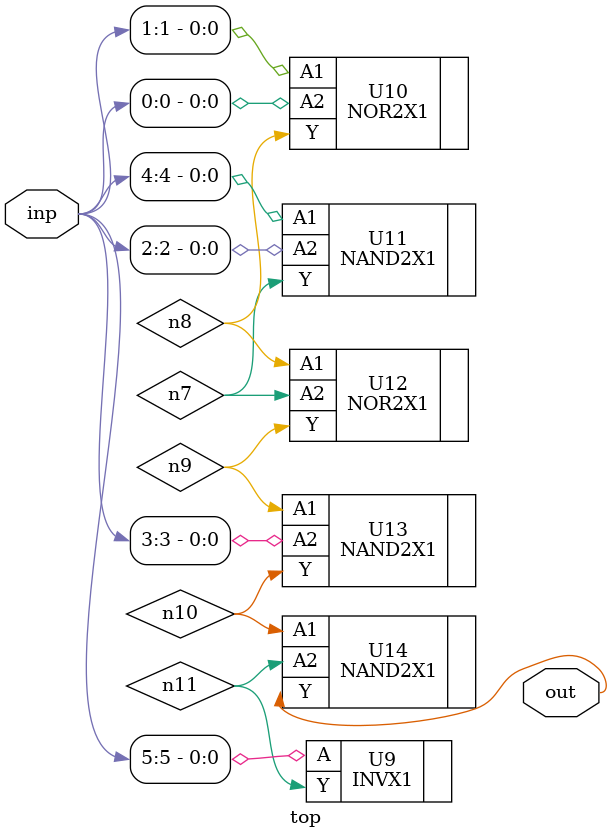
<source format=sv>


module top ( inp, out );
  input [5:0] inp;
  output out;
  wire   n7, n8, n9, n10, n11;

  INVX1 U9 ( .A(inp[5]), .Y(n11) );
  NOR2X1 U10 ( .A1(inp[1]), .A2(inp[0]), .Y(n8) );
  NAND2X1 U11 ( .A1(inp[4]), .A2(inp[2]), .Y(n7) );
  NOR2X1 U12 ( .A1(n8), .A2(n7), .Y(n9) );
  NAND2X1 U13 ( .A1(n9), .A2(inp[3]), .Y(n10) );
  NAND2X1 U14 ( .A1(n10), .A2(n11), .Y(out) );
endmodule


</source>
